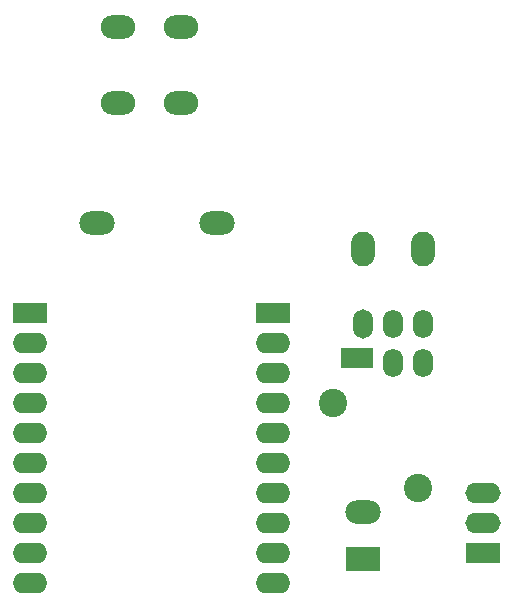
<source format=gbr>
G04 #@! TF.FileFunction,Copper,L2,Bot,Signal*
%FSLAX46Y46*%
G04 Gerber Fmt 4.6, Leading zero omitted, Abs format (unit mm)*
G04 Created by KiCad (PCBNEW 4.0.4-stable) date 10/22/16 14:02:01*
%MOMM*%
%LPD*%
G01*
G04 APERTURE LIST*
%ADD10C,0.100000*%
%ADD11C,2.400000*%
%ADD12O,3.000000X2.000000*%
%ADD13R,3.000000X2.000000*%
%ADD14O,2.032000X2.932000*%
%ADD15O,2.932000X1.727200*%
%ADD16R,2.932000X1.727200*%
%ADD17R,3.000000X1.727200*%
%ADD18O,3.000000X1.727200*%
%ADD19O,2.998980X1.998980*%
%ADD20O,2.900000X2.000000*%
%ADD21R,2.700000X1.700000*%
%ADD22O,1.700000X2.400000*%
%ADD23O,1.700000X2.500000*%
G04 APERTURE END LIST*
D10*
D11*
X142240000Y-86360000D03*
X149424205Y-93544205D03*
D12*
X144780000Y-95520000D03*
D13*
X144780000Y-99500000D03*
D14*
X149860000Y-73260000D03*
X144780000Y-73260000D03*
D15*
X116640000Y-101600000D03*
X116640000Y-99060000D03*
X116640000Y-96520000D03*
X116640000Y-93980000D03*
X116640000Y-91440000D03*
X116640000Y-88900000D03*
X116640000Y-86360000D03*
X116640000Y-83820000D03*
X116570000Y-81280000D03*
D16*
X116570000Y-78740000D03*
X137160000Y-78740000D03*
D15*
X137160000Y-81280000D03*
X137160000Y-83820000D03*
X137160000Y-86360000D03*
X137160000Y-88900000D03*
X137160000Y-91440000D03*
X137160000Y-93980000D03*
X137160000Y-96520000D03*
X137160000Y-99060000D03*
X137160000Y-101600000D03*
D17*
X154940000Y-99060000D03*
D18*
X154940000Y-96520000D03*
X154940000Y-93980000D03*
D19*
X122320000Y-71120000D03*
X132480000Y-71120000D03*
D20*
X129360000Y-60960000D03*
X124060000Y-60960000D03*
X129360000Y-54460000D03*
X124060000Y-54460000D03*
D21*
X144280000Y-82550000D03*
D22*
X147320000Y-82950000D03*
X149860000Y-82950000D03*
X149860000Y-79610000D03*
X147320000Y-79610000D03*
D23*
X144780000Y-79610000D03*
M02*

</source>
